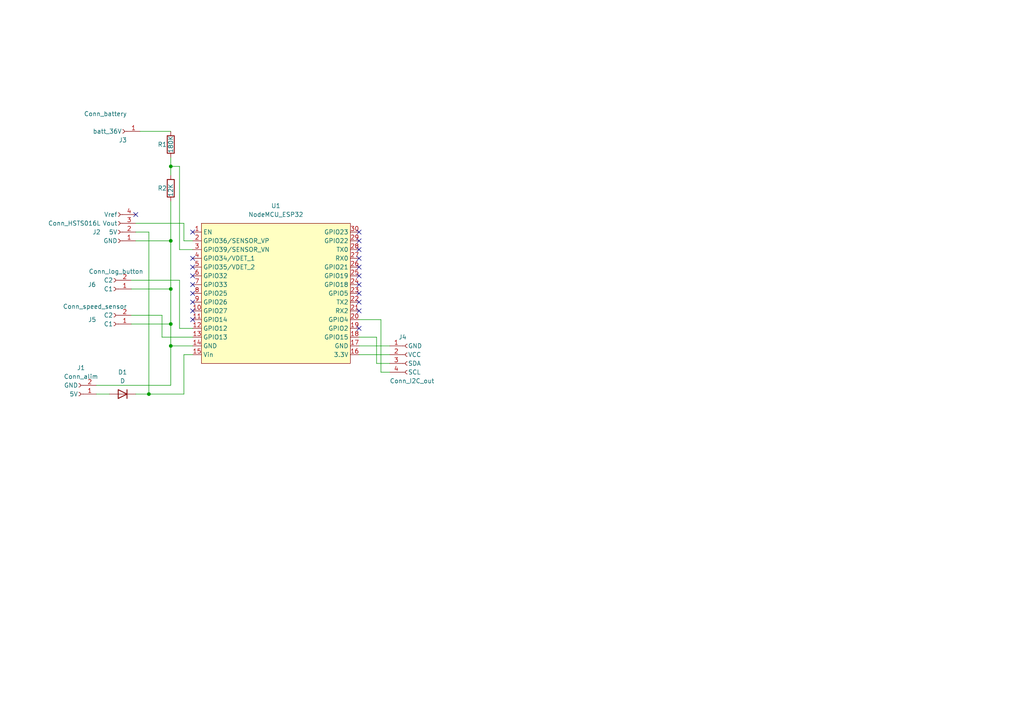
<source format=kicad_sch>
(kicad_sch (version 20211123) (generator eeschema)
  (paper "A4")
  (lib_symbols
    (symbol "Device:D" (pin_numbers hide) (pin_names (offset 1.016) hide)
      (property "Reference" "D" (at 0 2.54 0))
      (property "Value" "D" (at 0 -2.54 0))
      (symbol "D_0_1"
        (polyline (pts (xy -1.27 1.27) (xy -1.27 -1.27)) (stroke (width 0.254)))
        (polyline (pts (xy 1.27 0) (xy -1.27 0)))
        (polyline (pts (xy 1.27 1.27) (xy 1.27 -1.27) (xy -1.27 0) (xy 1.27 1.27)) (stroke (width 0.254)))
      )
      (symbol "D_1_1"
        (pin passive line (at -3.81 0 0) (length 2.54) (name "K") (number "1"))
        (pin passive line (at 3.81 0 180) (length 2.54) (name "A") (number "2"))
      )
    )
    (symbol "Device:R" (pin_numbers hide) (pin_names (offset 0))
      (property "Reference" "R" (at 2.032 0 90))
      (property "Value" "R" (at 0 0 90))
      (symbol "R_0_1"
        (rectangle (start -1.016 -2.54) (end 1.016 2.54) (stroke (width 0.254)))
      )
      (symbol "R_1_1"
        (pin passive line (at 0 3.81 270) (length 1.27) (name "~") (number "1"))
        (pin passive line (at 0 -3.81 90) (length 1.27) (name "~") (number "2"))
      )
    )
    (symbol "vehicle-monitor:Conn_HSTS016L" (pin_names (offset 1.5))
      (property "Reference" "J" (at 0 5.08 0))
      (property "Value" "Conn_HSTS016L" (at 0 -7.62 0))
      (symbol "Conn_HSTS016L_1_1"
        (arc (start 0 -4.572) (mid -0.508 -5.08) (end 0 -5.588) (stroke (width 0.1524)))
        (arc (start 0 -2.032) (mid -0.508 -2.54) (end 0 -3.048) (stroke (width 0.1524)))
        (polyline (pts (xy -1.27 -5.08) (xy -0.508 -5.08)) (stroke (width 0.1524)))
        (polyline (pts (xy -1.27 -2.54) (xy -0.508 -2.54)) (stroke (width 0.1524)))
        (polyline (pts (xy -1.27 0) (xy -0.508 0)) (stroke (width 0.1524)))
        (polyline (pts (xy -1.27 2.54) (xy -0.508 2.54)) (stroke (width 0.1524)))
        (arc (start 0 0.508) (mid -0.508 0) (end 0 -0.508) (stroke (width 0.1524)))
        (arc (start 0 3.048) (mid -0.508 2.54) (end 0 2.032) (stroke (width 0.1524)))
        (pin power_in line (at -5.08 2.54 0) (length 3.81) (name "GND") (number "1"))
        (pin power_in line (at -5.08 0 0) (length 3.81) (name "5V") (number "2"))
        (pin output line (at -5.08 -2.54 0) (length 3.81) (name "Vout") (number "3"))
        (pin output line (at -5.08 -5.08 0) (length 3.81) (name "Vref") (number "4"))
      )
    )
    (symbol "vehicle-monitor:Conn_I2C_out" (pin_names (offset 1.5))
      (property "Reference" "J" (at 0 5.08 0))
      (property "Value" "Conn_I2C_out" (at 0 -7.62 0))
      (symbol "Conn_I2C_out_1_1"
        (arc (start 0 -4.572) (mid -0.508 -5.08) (end 0 -5.588) (stroke (width 0.1524)))
        (arc (start 0 -2.032) (mid -0.508 -2.54) (end 0 -3.048) (stroke (width 0.1524)))
        (polyline (pts (xy -1.27 -5.08) (xy -0.508 -5.08)) (stroke (width 0.1524)))
        (polyline (pts (xy -1.27 -2.54) (xy -0.508 -2.54)) (stroke (width 0.1524)))
        (polyline (pts (xy -1.27 0) (xy -0.508 0)) (stroke (width 0.1524)))
        (polyline (pts (xy -1.27 2.54) (xy -0.508 2.54)) (stroke (width 0.1524)))
        (arc (start 0 0.508) (mid -0.508 0) (end 0 -0.508) (stroke (width 0.1524)))
        (arc (start 0 3.048) (mid -0.508 2.54) (end 0 2.032) (stroke (width 0.1524)))
        (pin power_in line (at -5.08 2.54 0) (length 3.81) (name "GND") (number "1"))
        (pin power_in line (at -5.08 0 0) (length 3.81) (name "VCC") (number "2"))
        (pin bidirectional line (at -5.08 -2.54 0) (length 3.81) (name "SDA") (number "3"))
        (pin input line (at -5.08 -5.08 0) (length 3.81) (name "SCL") (number "4"))
      )
    )
    (symbol "vehicle-monitor:Conn_alim" (pin_names (offset 1.5))
      (property "Reference" "J" (at 0 2.54 0))
      (property "Value" "Conn_alim" (at 0 -5.08 0))
      (symbol "Conn_alim_1_1"
        (arc (start 0 -2.032) (mid -0.508 -2.54) (end 0 -3.048) (stroke (width 0.1524)))
        (polyline (pts (xy -1.27 -2.54) (xy -0.508 -2.54)) (stroke (width 0.1524)))
        (polyline (pts (xy -1.27 0) (xy -0.508 0)) (stroke (width 0.1524)))
        (arc (start 0 0.508) (mid -0.508 0) (end 0 -0.508) (stroke (width 0.1524)))
        (pin power_out line (at -5.08 0 0) (length 3.81) (name "5V") (number "1"))
        (pin power_out line (at -5.08 -2.54 0) (length 3.81) (name "GND") (number "2"))
      )
    )
    (symbol "vehicle-monitor:Conn_battery" (pin_names (offset 1.5))
      (property "Reference" "J" (at 0 2.54 0))
      (property "Value" "Conn_battery" (at 0 -5.08 0))
      (symbol "Conn_battery_1_1"
        (polyline (pts (xy -1.27 0) (xy -0.508 0)) (stroke (width 0.1524)))
        (arc (start 0 0.508) (mid -0.508 0) (end 0 -0.508) (stroke (width 0.1524)))
        (pin power_out line (at -5.08 0 0) (length 3.81) (name "batt_36V") (number "1"))
      )
    )
    (symbol "vehicle-monitor:Conn_log_button" (pin_names (offset 1.5))
      (property "Reference" "J" (at 0 2.54 0))
      (property "Value" "Conn_log_button" (at 0 -5.08 0))
      (symbol "Conn_log_button_1_1"
        (arc (start 0 -2.032) (mid -0.508 -2.54) (end 0 -3.048) (stroke (width 0.1524)))
        (polyline (pts (xy -1.27 -2.54) (xy -0.508 -2.54)) (stroke (width 0.1524)))
        (polyline (pts (xy -1.27 0) (xy -0.508 0)) (stroke (width 0.1524)))
        (arc (start 0 0.508) (mid -0.508 0) (end 0 -0.508) (stroke (width 0.1524)))
        (pin passive line (at -5.08 0 0) (length 3.81) (name "C1") (number "1"))
        (pin passive line (at -5.08 -2.54 0) (length 3.81) (name "C2") (number "2"))
      )
    )
    (symbol "vehicle-monitor:Conn_speed_sensor" (pin_names (offset 1.5))
      (property "Reference" "J" (at 0 2.54 0))
      (property "Value" "Conn_speed_sensor" (at 0 -5.08 0))
      (symbol "Conn_speed_sensor_1_1"
        (arc (start 0 -2.032) (mid -0.508 -2.54) (end 0 -3.048) (stroke (width 0.1524)))
        (polyline (pts (xy -1.27 -2.54) (xy -0.508 -2.54)) (stroke (width 0.1524)))
        (polyline (pts (xy -1.27 0) (xy -0.508 0)) (stroke (width 0.1524)))
        (arc (start 0 0.508) (mid -0.508 0) (end 0 -0.508) (stroke (width 0.1524)))
        (pin passive line (at -5.08 0 0) (length 3.81) (name "C1") (number "1"))
        (pin passive line (at -5.08 -2.54 0) (length 3.81) (name "C2") (number "2"))
      )
    )
    (symbol "vehicle-monitor:NodeMCU_ESP32"
      (property "Reference" "U" (at -21.59 21.59 0))
      (property "Value" "NodeMCU_ESP32" (at 13.97 21.59 0))
      (symbol "NodeMCU_ESP32_0_1"
        (rectangle (start -21.59 20.32) (end 21.59 -20.32) (fill (type background)))
      )
      (symbol "NodeMCU_ESP32_1_1"
        (pin input line (at -24.13 17.78 0) (length 2.54) (name "EN") (number "1"))
        (pin bidirectional line (at -24.13 -5.08 0) (length 2.54) (name "GPIO27") (number "10"))
        (pin bidirectional line (at -24.13 -7.62 0) (length 2.54) (name "GPIO14") (number "11"))
        (pin bidirectional line (at -24.13 -10.16 0) (length 2.54) (name "GPIO12") (number "12"))
        (pin bidirectional line (at -24.13 -12.7 0) (length 2.54) (name "GPIO13") (number "13"))
        (pin power_in line (at -24.13 -15.24 0) (length 2.54) (name "GND") (number "14"))
        (pin power_in line (at -24.13 -17.78 0) (length 2.54) (name "Vin") (number "15"))
        (pin power_out line (at 24.13 -17.78 180) (length 2.54) (name "3.3V") (number "16"))
        (pin power_in line (at 24.13 -15.24 180) (length 2.54) (name "GND") (number "17"))
        (pin bidirectional line (at 24.13 -12.7 180) (length 2.54) (name "GPIO15") (number "18"))
        (pin bidirectional line (at 24.13 -10.16 180) (length 2.54) (name "GPIO2") (number "19"))
        (pin input line (at -24.13 15.24 0) (length 2.54) (name "GPIO36/SENSOR_VP") (number "2"))
        (pin bidirectional line (at 24.13 -7.62 180) (length 2.54) (name "GPIO4") (number "20"))
        (pin bidirectional line (at 24.13 -5.08 180) (length 2.54) (name "RX2") (number "21"))
        (pin bidirectional line (at 24.13 -2.54 180) (length 2.54) (name "TX2") (number "22"))
        (pin bidirectional line (at 24.13 0 180) (length 2.54) (name "GPIO5") (number "23"))
        (pin bidirectional line (at 24.13 2.54 180) (length 2.54) (name "GPIO18") (number "24"))
        (pin bidirectional line (at 24.13 5.08 180) (length 2.54) (name "GPIO19") (number "25"))
        (pin bidirectional line (at 24.13 7.62 180) (length 2.54) (name "GPIO21") (number "26"))
        (pin bidirectional line (at 24.13 10.16 180) (length 2.54) (name "RX0") (number "27"))
        (pin bidirectional line (at 24.13 12.7 180) (length 2.54) (name "TX0") (number "28"))
        (pin bidirectional line (at 24.13 15.24 180) (length 2.54) (name "GPIO22") (number "29"))
        (pin input line (at -24.13 12.7 0) (length 2.54) (name "GPIO39/SENSOR_VN") (number "3"))
        (pin bidirectional line (at 24.13 17.78 180) (length 2.54) (name "GPIO23") (number "30"))
        (pin input line (at -24.13 10.16 0) (length 2.54) (name "GPIO34/VDET_1") (number "4"))
        (pin input line (at -24.13 7.62 0) (length 2.54) (name "GPIO35/VDET_2") (number "5"))
        (pin bidirectional line (at -24.13 5.08 0) (length 2.54) (name "GPIO32") (number "6"))
        (pin bidirectional line (at -24.13 2.54 0) (length 2.54) (name "GPIO33") (number "7"))
        (pin bidirectional line (at -24.13 0 0) (length 2.54) (name "GPIO25") (number "8"))
        (pin bidirectional line (at -24.13 -2.54 0) (length 2.54) (name "GPIO26") (number "9"))
      )
    )
  )
  (junction (at 49.53 93.98))
  (junction (at 49.53 48.26))
  (junction (at 43.18 114.3))
  (junction (at 49.53 100.33))
  (junction (at 49.53 69.85))
  (junction (at 49.53 83.82))
  (no_connect (at 104.14 95.25))
  (no_connect (at 104.14 90.17))
  (no_connect (at 104.14 87.63))
  (no_connect (at 104.14 85.09))
  (no_connect (at 104.14 67.31))
  (no_connect (at 55.88 82.55))
  (no_connect (at 55.88 85.09))
  (no_connect (at 55.88 87.63))
  (no_connect (at 55.88 92.71))
  (no_connect (at 55.88 67.31))
  (no_connect (at 55.88 74.93))
  (no_connect (at 55.88 77.47))
  (no_connect (at 55.88 80.01))
  (no_connect (at 104.14 82.55))
  (no_connect (at 104.14 80.01))
  (no_connect (at 104.14 74.93))
  (no_connect (at 104.14 72.39))
  (no_connect (at 55.88 90.17))
  (no_connect (at 104.14 69.85))
  (no_connect (at 104.14 77.47))
  (no_connect (at 39.37 62.23))
  (wire (pts (xy 38.1 81.28) (xy 52.07 81.28)))
  (wire (pts (xy 52.07 48.26) (xy 52.07 72.39)))
  (wire (pts (xy 27.94 111.76) (xy 49.53 111.76)))
  (wire (pts (xy 39.37 67.31) (xy 43.18 67.31)))
  (wire (pts (xy 110.49 107.95) (xy 113.03 107.95)))
  (wire (pts (xy 49.53 100.33) (xy 55.88 100.33)))
  (wire (pts (xy 38.1 93.98) (xy 49.53 93.98)))
  (wire (pts (xy 49.53 48.26) (xy 49.53 50.8)))
  (wire (pts (xy 53.34 102.87) (xy 53.34 114.3)))
  (wire (pts (xy 49.53 93.98) (xy 49.53 100.33)))
  (wire (pts (xy 43.18 114.3) (xy 53.34 114.3)))
  (wire (pts (xy 49.53 111.76) (xy 49.53 100.33)))
  (wire (pts (xy 109.22 97.79) (xy 109.22 105.41)))
  (wire (pts (xy 104.14 97.79) (xy 109.22 97.79)))
  (wire (pts (xy 49.53 69.85) (xy 49.53 83.82)))
  (wire (pts (xy 43.18 67.31) (xy 43.18 114.3)))
  (wire (pts (xy 109.22 105.41) (xy 113.03 105.41)))
  (wire (pts (xy 55.88 102.87) (xy 53.34 102.87)))
  (wire (pts (xy 38.1 83.82) (xy 49.53 83.82)))
  (wire (pts (xy 49.53 45.72) (xy 49.53 48.26)))
  (wire (pts (xy 40.64 38.1) (xy 49.53 38.1)))
  (wire (pts (xy 55.88 95.25) (xy 52.07 95.25)))
  (wire (pts (xy 49.53 83.82) (xy 49.53 93.98)))
  (wire (pts (xy 55.88 97.79) (xy 46.99 97.79)))
  (wire (pts (xy 53.34 69.85) (xy 55.88 69.85)))
  (wire (pts (xy 104.14 92.71) (xy 110.49 92.71)))
  (wire (pts (xy 104.14 100.33) (xy 113.03 100.33)))
  (wire (pts (xy 27.94 114.3) (xy 31.75 114.3)))
  (wire (pts (xy 53.34 69.85) (xy 53.34 64.77)))
  (wire (pts (xy 39.37 69.85) (xy 49.53 69.85)))
  (wire (pts (xy 46.99 91.44) (xy 38.1 91.44)))
  (wire (pts (xy 55.88 72.39) (xy 52.07 72.39)))
  (wire (pts (xy 46.99 97.79) (xy 46.99 91.44)))
  (wire (pts (xy 39.37 64.77) (xy 53.34 64.77)))
  (wire (pts (xy 110.49 92.71) (xy 110.49 107.95)))
  (wire (pts (xy 49.53 48.26) (xy 52.07 48.26)))
  (wire (pts (xy 49.53 69.85) (xy 49.53 58.42)))
  (wire (pts (xy 39.37 114.3) (xy 43.18 114.3)))
  (wire (pts (xy 104.14 102.87) (xy 113.03 102.87)))
  (wire (pts (xy 52.07 95.25) (xy 52.07 81.28)))
  (symbol (lib_id "vehicle-monitor:Conn_battery") (at 35.56 38.1 180) (unit 1)
    (property "Reference" "J3" (at 36.83 40.64 0) (effects (justify left)))
    (property "Value" "Conn_battery" (at 36.83 33.02 0) (effects (justify left)))
    (property "Footprint" "Connector_PinHeader_2.54mm:PinHeader_1x01_P2.54mm_Vertical" (effects hide))
  )
  (symbol (lib_id "vehicle-monitor:Conn_I2C_out") (at 118.11 102.87 0) (unit 1)
    (property "Reference" "J4" (at 115.57 97.79 0) (effects (justify left)))
    (property "Value" "Conn_I2C_out" (at 113.03 110.49 0) (effects (justify left)))
    (property "Footprint" "Connector_PinHeader_2.54mm:PinHeader_1x04_P2.54mm_Vertical" (effects hide))
  )
  (symbol (lib_id "vehicle-monitor:Conn_speed_sensor") (at 33.02 93.98 180) (unit 1)
    (property "Reference" "J5" (at 27.94 92.71 0) (effects (justify left)))
    (property "Value" "Conn_speed_sensor" (at 36.83 88.9 0) (effects (justify left)))
    (property "Footprint" "Connector_PinHeader_2.54mm:PinHeader_1x02_P2.54mm_Vertical" (effects hide))
  )
  (symbol (lib_id "Device:D") (at 35.56 114.3 180) (unit 1)
    (property "Reference" "D1" (at 35.56 107.95 0))
    (property "Value" "D" (at 35.56 110.49 0))
    (property "Footprint" "Diode_THT:D_A-405_P10.16mm_Horizontal" (effects hide))
  )
  (symbol (lib_id "Device:R") (at 49.53 54.61 0) (unit 1)
    (property "Reference" "R2" (at 45.72 54.61 0) (effects (justify left)))
    (property "Value" "12K" (at 49.53 57.15 90) (effects (justify left)))
    (property "Footprint" "Resistor_THT:R_Axial_DIN0207_L6.3mm_D2.5mm_P10.16mm_Horizontal" (effects hide))
  )
  (symbol (lib_id "vehicle-monitor:Conn_HSTS016L") (at 34.29 67.31 180) (unit 1)
    (property "Reference" "J2" (at 29.21 67.31 0) (effects (justify left)))
    (property "Value" "Conn_HSTS016L" (at 29.21 64.77 0) (effects (justify left)))
    (property "Footprint" "Connector_PinHeader_2.54mm:PinHeader_1x04_P2.54mm_Vertical" (effects hide))
  )
  (symbol (lib_id "vehicle-monitor:NodeMCU_ESP32") (at 80.01 85.09 0) (unit 1)
    (property "Reference" "U1" (at 80.01 59.69 0))
    (property "Value" "NodeMCU_ESP32" (at 80.01 62.23 0))
    (property "Footprint" "Node_mcu:NodeMCU_SBC" (effects hide))
  )
  (symbol (lib_id "Device:R") (at 49.53 41.91 0) (unit 1)
    (property "Reference" "R1" (at 45.72 41.91 0) (effects (justify left)))
    (property "Value" "180K" (at 49.53 44.45 90) (effects (justify left)))
    (property "Footprint" "Resistor_THT:R_Axial_DIN0207_L6.3mm_D2.5mm_P10.16mm_Horizontal" (effects hide))
  )
  (symbol (lib_id "vehicle-monitor:Conn_alim") (at 22.86 114.3 180) (unit 1)
    (property "Reference" "J1" (at 23.495 106.68 0))
    (property "Value" "Conn_alim" (at 23.495 109.22 0))
    (property "Footprint" "Connector_PinHeader_2.54mm:PinHeader_1x02_P2.54mm_Vertical" (effects hide))
  )
  (symbol (lib_id "vehicle-monitor:Conn_log_button") (at 33.02 83.82 180) (unit 1)
    (property "Reference" "J6" (at 26.67 82.55 0))
    (property "Value" "Conn_log_button" (at 33.655 78.74 0))
    (property "Footprint" "Connector_PinHeader_2.54mm:PinHeader_1x02_P2.54mm_Vertical" (effects hide))
  )
)
</source>
